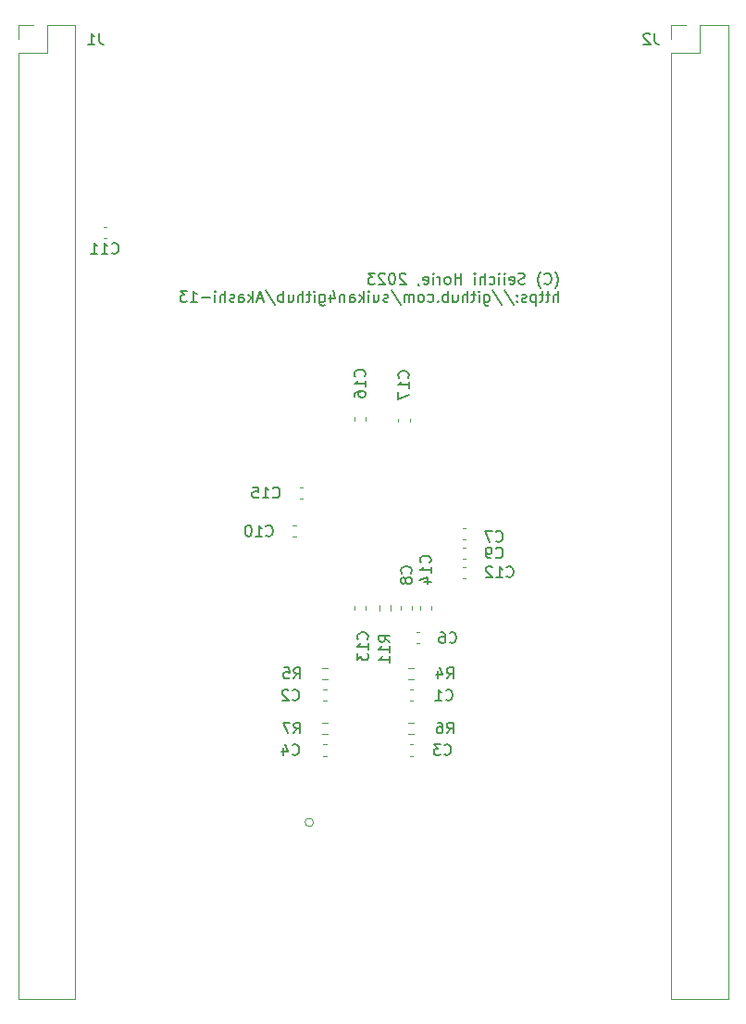
<source format=gbr>
G04 #@! TF.GenerationSoftware,KiCad,Pcbnew,7.0.1-3b83917a11~172~ubuntu22.04.1*
G04 #@! TF.CreationDate,2023-04-09T22:52:34+09:00*
G04 #@! TF.ProjectId,Akashi-13,416b6173-6869-42d3-9133-2e6b69636164,rev?*
G04 #@! TF.SameCoordinates,Original*
G04 #@! TF.FileFunction,Legend,Bot*
G04 #@! TF.FilePolarity,Positive*
%FSLAX46Y46*%
G04 Gerber Fmt 4.6, Leading zero omitted, Abs format (unit mm)*
G04 Created by KiCad (PCBNEW 7.0.1-3b83917a11~172~ubuntu22.04.1) date 2023-04-09 22:52:34*
%MOMM*%
%LPD*%
G01*
G04 APERTURE LIST*
%ADD10C,0.150000*%
%ADD11C,0.120000*%
G04 APERTURE END LIST*
D10*
X148066190Y-88808571D02*
X148113809Y-88760952D01*
X148113809Y-88760952D02*
X148209047Y-88618095D01*
X148209047Y-88618095D02*
X148256666Y-88522857D01*
X148256666Y-88522857D02*
X148304285Y-88380000D01*
X148304285Y-88380000D02*
X148351904Y-88141904D01*
X148351904Y-88141904D02*
X148351904Y-87951428D01*
X148351904Y-87951428D02*
X148304285Y-87713333D01*
X148304285Y-87713333D02*
X148256666Y-87570476D01*
X148256666Y-87570476D02*
X148209047Y-87475238D01*
X148209047Y-87475238D02*
X148113809Y-87332380D01*
X148113809Y-87332380D02*
X148066190Y-87284761D01*
X147113809Y-88332380D02*
X147161428Y-88380000D01*
X147161428Y-88380000D02*
X147304285Y-88427619D01*
X147304285Y-88427619D02*
X147399523Y-88427619D01*
X147399523Y-88427619D02*
X147542380Y-88380000D01*
X147542380Y-88380000D02*
X147637618Y-88284761D01*
X147637618Y-88284761D02*
X147685237Y-88189523D01*
X147685237Y-88189523D02*
X147732856Y-87999047D01*
X147732856Y-87999047D02*
X147732856Y-87856190D01*
X147732856Y-87856190D02*
X147685237Y-87665714D01*
X147685237Y-87665714D02*
X147637618Y-87570476D01*
X147637618Y-87570476D02*
X147542380Y-87475238D01*
X147542380Y-87475238D02*
X147399523Y-87427619D01*
X147399523Y-87427619D02*
X147304285Y-87427619D01*
X147304285Y-87427619D02*
X147161428Y-87475238D01*
X147161428Y-87475238D02*
X147113809Y-87522857D01*
X146780475Y-88808571D02*
X146732856Y-88760952D01*
X146732856Y-88760952D02*
X146637618Y-88618095D01*
X146637618Y-88618095D02*
X146589999Y-88522857D01*
X146589999Y-88522857D02*
X146542380Y-88380000D01*
X146542380Y-88380000D02*
X146494761Y-88141904D01*
X146494761Y-88141904D02*
X146494761Y-87951428D01*
X146494761Y-87951428D02*
X146542380Y-87713333D01*
X146542380Y-87713333D02*
X146589999Y-87570476D01*
X146589999Y-87570476D02*
X146637618Y-87475238D01*
X146637618Y-87475238D02*
X146732856Y-87332380D01*
X146732856Y-87332380D02*
X146780475Y-87284761D01*
X145304284Y-88380000D02*
X145161427Y-88427619D01*
X145161427Y-88427619D02*
X144923332Y-88427619D01*
X144923332Y-88427619D02*
X144828094Y-88380000D01*
X144828094Y-88380000D02*
X144780475Y-88332380D01*
X144780475Y-88332380D02*
X144732856Y-88237142D01*
X144732856Y-88237142D02*
X144732856Y-88141904D01*
X144732856Y-88141904D02*
X144780475Y-88046666D01*
X144780475Y-88046666D02*
X144828094Y-87999047D01*
X144828094Y-87999047D02*
X144923332Y-87951428D01*
X144923332Y-87951428D02*
X145113808Y-87903809D01*
X145113808Y-87903809D02*
X145209046Y-87856190D01*
X145209046Y-87856190D02*
X145256665Y-87808571D01*
X145256665Y-87808571D02*
X145304284Y-87713333D01*
X145304284Y-87713333D02*
X145304284Y-87618095D01*
X145304284Y-87618095D02*
X145256665Y-87522857D01*
X145256665Y-87522857D02*
X145209046Y-87475238D01*
X145209046Y-87475238D02*
X145113808Y-87427619D01*
X145113808Y-87427619D02*
X144875713Y-87427619D01*
X144875713Y-87427619D02*
X144732856Y-87475238D01*
X143923332Y-88380000D02*
X144018570Y-88427619D01*
X144018570Y-88427619D02*
X144209046Y-88427619D01*
X144209046Y-88427619D02*
X144304284Y-88380000D01*
X144304284Y-88380000D02*
X144351903Y-88284761D01*
X144351903Y-88284761D02*
X144351903Y-87903809D01*
X144351903Y-87903809D02*
X144304284Y-87808571D01*
X144304284Y-87808571D02*
X144209046Y-87760952D01*
X144209046Y-87760952D02*
X144018570Y-87760952D01*
X144018570Y-87760952D02*
X143923332Y-87808571D01*
X143923332Y-87808571D02*
X143875713Y-87903809D01*
X143875713Y-87903809D02*
X143875713Y-87999047D01*
X143875713Y-87999047D02*
X144351903Y-88094285D01*
X143447141Y-88427619D02*
X143447141Y-87760952D01*
X143447141Y-87427619D02*
X143494760Y-87475238D01*
X143494760Y-87475238D02*
X143447141Y-87522857D01*
X143447141Y-87522857D02*
X143399522Y-87475238D01*
X143399522Y-87475238D02*
X143447141Y-87427619D01*
X143447141Y-87427619D02*
X143447141Y-87522857D01*
X142970951Y-88427619D02*
X142970951Y-87760952D01*
X142970951Y-87427619D02*
X143018570Y-87475238D01*
X143018570Y-87475238D02*
X142970951Y-87522857D01*
X142970951Y-87522857D02*
X142923332Y-87475238D01*
X142923332Y-87475238D02*
X142970951Y-87427619D01*
X142970951Y-87427619D02*
X142970951Y-87522857D01*
X142066190Y-88380000D02*
X142161428Y-88427619D01*
X142161428Y-88427619D02*
X142351904Y-88427619D01*
X142351904Y-88427619D02*
X142447142Y-88380000D01*
X142447142Y-88380000D02*
X142494761Y-88332380D01*
X142494761Y-88332380D02*
X142542380Y-88237142D01*
X142542380Y-88237142D02*
X142542380Y-87951428D01*
X142542380Y-87951428D02*
X142494761Y-87856190D01*
X142494761Y-87856190D02*
X142447142Y-87808571D01*
X142447142Y-87808571D02*
X142351904Y-87760952D01*
X142351904Y-87760952D02*
X142161428Y-87760952D01*
X142161428Y-87760952D02*
X142066190Y-87808571D01*
X141637618Y-88427619D02*
X141637618Y-87427619D01*
X141209047Y-88427619D02*
X141209047Y-87903809D01*
X141209047Y-87903809D02*
X141256666Y-87808571D01*
X141256666Y-87808571D02*
X141351904Y-87760952D01*
X141351904Y-87760952D02*
X141494761Y-87760952D01*
X141494761Y-87760952D02*
X141589999Y-87808571D01*
X141589999Y-87808571D02*
X141637618Y-87856190D01*
X140732856Y-88427619D02*
X140732856Y-87760952D01*
X140732856Y-87427619D02*
X140780475Y-87475238D01*
X140780475Y-87475238D02*
X140732856Y-87522857D01*
X140732856Y-87522857D02*
X140685237Y-87475238D01*
X140685237Y-87475238D02*
X140732856Y-87427619D01*
X140732856Y-87427619D02*
X140732856Y-87522857D01*
X139494761Y-88427619D02*
X139494761Y-87427619D01*
X139494761Y-87903809D02*
X138923333Y-87903809D01*
X138923333Y-88427619D02*
X138923333Y-87427619D01*
X138304285Y-88427619D02*
X138399523Y-88380000D01*
X138399523Y-88380000D02*
X138447142Y-88332380D01*
X138447142Y-88332380D02*
X138494761Y-88237142D01*
X138494761Y-88237142D02*
X138494761Y-87951428D01*
X138494761Y-87951428D02*
X138447142Y-87856190D01*
X138447142Y-87856190D02*
X138399523Y-87808571D01*
X138399523Y-87808571D02*
X138304285Y-87760952D01*
X138304285Y-87760952D02*
X138161428Y-87760952D01*
X138161428Y-87760952D02*
X138066190Y-87808571D01*
X138066190Y-87808571D02*
X138018571Y-87856190D01*
X138018571Y-87856190D02*
X137970952Y-87951428D01*
X137970952Y-87951428D02*
X137970952Y-88237142D01*
X137970952Y-88237142D02*
X138018571Y-88332380D01*
X138018571Y-88332380D02*
X138066190Y-88380000D01*
X138066190Y-88380000D02*
X138161428Y-88427619D01*
X138161428Y-88427619D02*
X138304285Y-88427619D01*
X137542380Y-88427619D02*
X137542380Y-87760952D01*
X137542380Y-87951428D02*
X137494761Y-87856190D01*
X137494761Y-87856190D02*
X137447142Y-87808571D01*
X137447142Y-87808571D02*
X137351904Y-87760952D01*
X137351904Y-87760952D02*
X137256666Y-87760952D01*
X136923332Y-88427619D02*
X136923332Y-87760952D01*
X136923332Y-87427619D02*
X136970951Y-87475238D01*
X136970951Y-87475238D02*
X136923332Y-87522857D01*
X136923332Y-87522857D02*
X136875713Y-87475238D01*
X136875713Y-87475238D02*
X136923332Y-87427619D01*
X136923332Y-87427619D02*
X136923332Y-87522857D01*
X136066190Y-88380000D02*
X136161428Y-88427619D01*
X136161428Y-88427619D02*
X136351904Y-88427619D01*
X136351904Y-88427619D02*
X136447142Y-88380000D01*
X136447142Y-88380000D02*
X136494761Y-88284761D01*
X136494761Y-88284761D02*
X136494761Y-87903809D01*
X136494761Y-87903809D02*
X136447142Y-87808571D01*
X136447142Y-87808571D02*
X136351904Y-87760952D01*
X136351904Y-87760952D02*
X136161428Y-87760952D01*
X136161428Y-87760952D02*
X136066190Y-87808571D01*
X136066190Y-87808571D02*
X136018571Y-87903809D01*
X136018571Y-87903809D02*
X136018571Y-87999047D01*
X136018571Y-87999047D02*
X136494761Y-88094285D01*
X135542380Y-88380000D02*
X135542380Y-88427619D01*
X135542380Y-88427619D02*
X135589999Y-88522857D01*
X135589999Y-88522857D02*
X135637618Y-88570476D01*
X134399523Y-87522857D02*
X134351904Y-87475238D01*
X134351904Y-87475238D02*
X134256666Y-87427619D01*
X134256666Y-87427619D02*
X134018571Y-87427619D01*
X134018571Y-87427619D02*
X133923333Y-87475238D01*
X133923333Y-87475238D02*
X133875714Y-87522857D01*
X133875714Y-87522857D02*
X133828095Y-87618095D01*
X133828095Y-87618095D02*
X133828095Y-87713333D01*
X133828095Y-87713333D02*
X133875714Y-87856190D01*
X133875714Y-87856190D02*
X134447142Y-88427619D01*
X134447142Y-88427619D02*
X133828095Y-88427619D01*
X133209047Y-87427619D02*
X133113809Y-87427619D01*
X133113809Y-87427619D02*
X133018571Y-87475238D01*
X133018571Y-87475238D02*
X132970952Y-87522857D01*
X132970952Y-87522857D02*
X132923333Y-87618095D01*
X132923333Y-87618095D02*
X132875714Y-87808571D01*
X132875714Y-87808571D02*
X132875714Y-88046666D01*
X132875714Y-88046666D02*
X132923333Y-88237142D01*
X132923333Y-88237142D02*
X132970952Y-88332380D01*
X132970952Y-88332380D02*
X133018571Y-88380000D01*
X133018571Y-88380000D02*
X133113809Y-88427619D01*
X133113809Y-88427619D02*
X133209047Y-88427619D01*
X133209047Y-88427619D02*
X133304285Y-88380000D01*
X133304285Y-88380000D02*
X133351904Y-88332380D01*
X133351904Y-88332380D02*
X133399523Y-88237142D01*
X133399523Y-88237142D02*
X133447142Y-88046666D01*
X133447142Y-88046666D02*
X133447142Y-87808571D01*
X133447142Y-87808571D02*
X133399523Y-87618095D01*
X133399523Y-87618095D02*
X133351904Y-87522857D01*
X133351904Y-87522857D02*
X133304285Y-87475238D01*
X133304285Y-87475238D02*
X133209047Y-87427619D01*
X132494761Y-87522857D02*
X132447142Y-87475238D01*
X132447142Y-87475238D02*
X132351904Y-87427619D01*
X132351904Y-87427619D02*
X132113809Y-87427619D01*
X132113809Y-87427619D02*
X132018571Y-87475238D01*
X132018571Y-87475238D02*
X131970952Y-87522857D01*
X131970952Y-87522857D02*
X131923333Y-87618095D01*
X131923333Y-87618095D02*
X131923333Y-87713333D01*
X131923333Y-87713333D02*
X131970952Y-87856190D01*
X131970952Y-87856190D02*
X132542380Y-88427619D01*
X132542380Y-88427619D02*
X131923333Y-88427619D01*
X131589999Y-87427619D02*
X130970952Y-87427619D01*
X130970952Y-87427619D02*
X131304285Y-87808571D01*
X131304285Y-87808571D02*
X131161428Y-87808571D01*
X131161428Y-87808571D02*
X131066190Y-87856190D01*
X131066190Y-87856190D02*
X131018571Y-87903809D01*
X131018571Y-87903809D02*
X130970952Y-87999047D01*
X130970952Y-87999047D02*
X130970952Y-88237142D01*
X130970952Y-88237142D02*
X131018571Y-88332380D01*
X131018571Y-88332380D02*
X131066190Y-88380000D01*
X131066190Y-88380000D02*
X131161428Y-88427619D01*
X131161428Y-88427619D02*
X131447142Y-88427619D01*
X131447142Y-88427619D02*
X131542380Y-88380000D01*
X131542380Y-88380000D02*
X131589999Y-88332380D01*
X148351904Y-90047619D02*
X148351904Y-89047619D01*
X147923333Y-90047619D02*
X147923333Y-89523809D01*
X147923333Y-89523809D02*
X147970952Y-89428571D01*
X147970952Y-89428571D02*
X148066190Y-89380952D01*
X148066190Y-89380952D02*
X148209047Y-89380952D01*
X148209047Y-89380952D02*
X148304285Y-89428571D01*
X148304285Y-89428571D02*
X148351904Y-89476190D01*
X147589999Y-89380952D02*
X147209047Y-89380952D01*
X147447142Y-89047619D02*
X147447142Y-89904761D01*
X147447142Y-89904761D02*
X147399523Y-90000000D01*
X147399523Y-90000000D02*
X147304285Y-90047619D01*
X147304285Y-90047619D02*
X147209047Y-90047619D01*
X147018570Y-89380952D02*
X146637618Y-89380952D01*
X146875713Y-89047619D02*
X146875713Y-89904761D01*
X146875713Y-89904761D02*
X146828094Y-90000000D01*
X146828094Y-90000000D02*
X146732856Y-90047619D01*
X146732856Y-90047619D02*
X146637618Y-90047619D01*
X146304284Y-89380952D02*
X146304284Y-90380952D01*
X146304284Y-89428571D02*
X146209046Y-89380952D01*
X146209046Y-89380952D02*
X146018570Y-89380952D01*
X146018570Y-89380952D02*
X145923332Y-89428571D01*
X145923332Y-89428571D02*
X145875713Y-89476190D01*
X145875713Y-89476190D02*
X145828094Y-89571428D01*
X145828094Y-89571428D02*
X145828094Y-89857142D01*
X145828094Y-89857142D02*
X145875713Y-89952380D01*
X145875713Y-89952380D02*
X145923332Y-90000000D01*
X145923332Y-90000000D02*
X146018570Y-90047619D01*
X146018570Y-90047619D02*
X146209046Y-90047619D01*
X146209046Y-90047619D02*
X146304284Y-90000000D01*
X145447141Y-90000000D02*
X145351903Y-90047619D01*
X145351903Y-90047619D02*
X145161427Y-90047619D01*
X145161427Y-90047619D02*
X145066189Y-90000000D01*
X145066189Y-90000000D02*
X145018570Y-89904761D01*
X145018570Y-89904761D02*
X145018570Y-89857142D01*
X145018570Y-89857142D02*
X145066189Y-89761904D01*
X145066189Y-89761904D02*
X145161427Y-89714285D01*
X145161427Y-89714285D02*
X145304284Y-89714285D01*
X145304284Y-89714285D02*
X145399522Y-89666666D01*
X145399522Y-89666666D02*
X145447141Y-89571428D01*
X145447141Y-89571428D02*
X145447141Y-89523809D01*
X145447141Y-89523809D02*
X145399522Y-89428571D01*
X145399522Y-89428571D02*
X145304284Y-89380952D01*
X145304284Y-89380952D02*
X145161427Y-89380952D01*
X145161427Y-89380952D02*
X145066189Y-89428571D01*
X144589998Y-89952380D02*
X144542379Y-90000000D01*
X144542379Y-90000000D02*
X144589998Y-90047619D01*
X144589998Y-90047619D02*
X144637617Y-90000000D01*
X144637617Y-90000000D02*
X144589998Y-89952380D01*
X144589998Y-89952380D02*
X144589998Y-90047619D01*
X144589998Y-89428571D02*
X144542379Y-89476190D01*
X144542379Y-89476190D02*
X144589998Y-89523809D01*
X144589998Y-89523809D02*
X144637617Y-89476190D01*
X144637617Y-89476190D02*
X144589998Y-89428571D01*
X144589998Y-89428571D02*
X144589998Y-89523809D01*
X143399523Y-89000000D02*
X144256665Y-90285714D01*
X142351904Y-89000000D02*
X143209046Y-90285714D01*
X141589999Y-89380952D02*
X141589999Y-90190476D01*
X141589999Y-90190476D02*
X141637618Y-90285714D01*
X141637618Y-90285714D02*
X141685237Y-90333333D01*
X141685237Y-90333333D02*
X141780475Y-90380952D01*
X141780475Y-90380952D02*
X141923332Y-90380952D01*
X141923332Y-90380952D02*
X142018570Y-90333333D01*
X141589999Y-90000000D02*
X141685237Y-90047619D01*
X141685237Y-90047619D02*
X141875713Y-90047619D01*
X141875713Y-90047619D02*
X141970951Y-90000000D01*
X141970951Y-90000000D02*
X142018570Y-89952380D01*
X142018570Y-89952380D02*
X142066189Y-89857142D01*
X142066189Y-89857142D02*
X142066189Y-89571428D01*
X142066189Y-89571428D02*
X142018570Y-89476190D01*
X142018570Y-89476190D02*
X141970951Y-89428571D01*
X141970951Y-89428571D02*
X141875713Y-89380952D01*
X141875713Y-89380952D02*
X141685237Y-89380952D01*
X141685237Y-89380952D02*
X141589999Y-89428571D01*
X141113808Y-90047619D02*
X141113808Y-89380952D01*
X141113808Y-89047619D02*
X141161427Y-89095238D01*
X141161427Y-89095238D02*
X141113808Y-89142857D01*
X141113808Y-89142857D02*
X141066189Y-89095238D01*
X141066189Y-89095238D02*
X141113808Y-89047619D01*
X141113808Y-89047619D02*
X141113808Y-89142857D01*
X140780475Y-89380952D02*
X140399523Y-89380952D01*
X140637618Y-89047619D02*
X140637618Y-89904761D01*
X140637618Y-89904761D02*
X140589999Y-90000000D01*
X140589999Y-90000000D02*
X140494761Y-90047619D01*
X140494761Y-90047619D02*
X140399523Y-90047619D01*
X140066189Y-90047619D02*
X140066189Y-89047619D01*
X139637618Y-90047619D02*
X139637618Y-89523809D01*
X139637618Y-89523809D02*
X139685237Y-89428571D01*
X139685237Y-89428571D02*
X139780475Y-89380952D01*
X139780475Y-89380952D02*
X139923332Y-89380952D01*
X139923332Y-89380952D02*
X140018570Y-89428571D01*
X140018570Y-89428571D02*
X140066189Y-89476190D01*
X138732856Y-89380952D02*
X138732856Y-90047619D01*
X139161427Y-89380952D02*
X139161427Y-89904761D01*
X139161427Y-89904761D02*
X139113808Y-90000000D01*
X139113808Y-90000000D02*
X139018570Y-90047619D01*
X139018570Y-90047619D02*
X138875713Y-90047619D01*
X138875713Y-90047619D02*
X138780475Y-90000000D01*
X138780475Y-90000000D02*
X138732856Y-89952380D01*
X138256665Y-90047619D02*
X138256665Y-89047619D01*
X138256665Y-89428571D02*
X138161427Y-89380952D01*
X138161427Y-89380952D02*
X137970951Y-89380952D01*
X137970951Y-89380952D02*
X137875713Y-89428571D01*
X137875713Y-89428571D02*
X137828094Y-89476190D01*
X137828094Y-89476190D02*
X137780475Y-89571428D01*
X137780475Y-89571428D02*
X137780475Y-89857142D01*
X137780475Y-89857142D02*
X137828094Y-89952380D01*
X137828094Y-89952380D02*
X137875713Y-90000000D01*
X137875713Y-90000000D02*
X137970951Y-90047619D01*
X137970951Y-90047619D02*
X138161427Y-90047619D01*
X138161427Y-90047619D02*
X138256665Y-90000000D01*
X137351903Y-89952380D02*
X137304284Y-90000000D01*
X137304284Y-90000000D02*
X137351903Y-90047619D01*
X137351903Y-90047619D02*
X137399522Y-90000000D01*
X137399522Y-90000000D02*
X137351903Y-89952380D01*
X137351903Y-89952380D02*
X137351903Y-90047619D01*
X136447142Y-90000000D02*
X136542380Y-90047619D01*
X136542380Y-90047619D02*
X136732856Y-90047619D01*
X136732856Y-90047619D02*
X136828094Y-90000000D01*
X136828094Y-90000000D02*
X136875713Y-89952380D01*
X136875713Y-89952380D02*
X136923332Y-89857142D01*
X136923332Y-89857142D02*
X136923332Y-89571428D01*
X136923332Y-89571428D02*
X136875713Y-89476190D01*
X136875713Y-89476190D02*
X136828094Y-89428571D01*
X136828094Y-89428571D02*
X136732856Y-89380952D01*
X136732856Y-89380952D02*
X136542380Y-89380952D01*
X136542380Y-89380952D02*
X136447142Y-89428571D01*
X135875713Y-90047619D02*
X135970951Y-90000000D01*
X135970951Y-90000000D02*
X136018570Y-89952380D01*
X136018570Y-89952380D02*
X136066189Y-89857142D01*
X136066189Y-89857142D02*
X136066189Y-89571428D01*
X136066189Y-89571428D02*
X136018570Y-89476190D01*
X136018570Y-89476190D02*
X135970951Y-89428571D01*
X135970951Y-89428571D02*
X135875713Y-89380952D01*
X135875713Y-89380952D02*
X135732856Y-89380952D01*
X135732856Y-89380952D02*
X135637618Y-89428571D01*
X135637618Y-89428571D02*
X135589999Y-89476190D01*
X135589999Y-89476190D02*
X135542380Y-89571428D01*
X135542380Y-89571428D02*
X135542380Y-89857142D01*
X135542380Y-89857142D02*
X135589999Y-89952380D01*
X135589999Y-89952380D02*
X135637618Y-90000000D01*
X135637618Y-90000000D02*
X135732856Y-90047619D01*
X135732856Y-90047619D02*
X135875713Y-90047619D01*
X135113808Y-90047619D02*
X135113808Y-89380952D01*
X135113808Y-89476190D02*
X135066189Y-89428571D01*
X135066189Y-89428571D02*
X134970951Y-89380952D01*
X134970951Y-89380952D02*
X134828094Y-89380952D01*
X134828094Y-89380952D02*
X134732856Y-89428571D01*
X134732856Y-89428571D02*
X134685237Y-89523809D01*
X134685237Y-89523809D02*
X134685237Y-90047619D01*
X134685237Y-89523809D02*
X134637618Y-89428571D01*
X134637618Y-89428571D02*
X134542380Y-89380952D01*
X134542380Y-89380952D02*
X134399523Y-89380952D01*
X134399523Y-89380952D02*
X134304284Y-89428571D01*
X134304284Y-89428571D02*
X134256665Y-89523809D01*
X134256665Y-89523809D02*
X134256665Y-90047619D01*
X133066190Y-89000000D02*
X133923332Y-90285714D01*
X132780475Y-90000000D02*
X132685237Y-90047619D01*
X132685237Y-90047619D02*
X132494761Y-90047619D01*
X132494761Y-90047619D02*
X132399523Y-90000000D01*
X132399523Y-90000000D02*
X132351904Y-89904761D01*
X132351904Y-89904761D02*
X132351904Y-89857142D01*
X132351904Y-89857142D02*
X132399523Y-89761904D01*
X132399523Y-89761904D02*
X132494761Y-89714285D01*
X132494761Y-89714285D02*
X132637618Y-89714285D01*
X132637618Y-89714285D02*
X132732856Y-89666666D01*
X132732856Y-89666666D02*
X132780475Y-89571428D01*
X132780475Y-89571428D02*
X132780475Y-89523809D01*
X132780475Y-89523809D02*
X132732856Y-89428571D01*
X132732856Y-89428571D02*
X132637618Y-89380952D01*
X132637618Y-89380952D02*
X132494761Y-89380952D01*
X132494761Y-89380952D02*
X132399523Y-89428571D01*
X131494761Y-89380952D02*
X131494761Y-90047619D01*
X131923332Y-89380952D02*
X131923332Y-89904761D01*
X131923332Y-89904761D02*
X131875713Y-90000000D01*
X131875713Y-90000000D02*
X131780475Y-90047619D01*
X131780475Y-90047619D02*
X131637618Y-90047619D01*
X131637618Y-90047619D02*
X131542380Y-90000000D01*
X131542380Y-90000000D02*
X131494761Y-89952380D01*
X131018570Y-90047619D02*
X131018570Y-89380952D01*
X131018570Y-89047619D02*
X131066189Y-89095238D01*
X131066189Y-89095238D02*
X131018570Y-89142857D01*
X131018570Y-89142857D02*
X130970951Y-89095238D01*
X130970951Y-89095238D02*
X131018570Y-89047619D01*
X131018570Y-89047619D02*
X131018570Y-89142857D01*
X130542380Y-90047619D02*
X130542380Y-89047619D01*
X130447142Y-89666666D02*
X130161428Y-90047619D01*
X130161428Y-89380952D02*
X130542380Y-89761904D01*
X129304285Y-90047619D02*
X129304285Y-89523809D01*
X129304285Y-89523809D02*
X129351904Y-89428571D01*
X129351904Y-89428571D02*
X129447142Y-89380952D01*
X129447142Y-89380952D02*
X129637618Y-89380952D01*
X129637618Y-89380952D02*
X129732856Y-89428571D01*
X129304285Y-90000000D02*
X129399523Y-90047619D01*
X129399523Y-90047619D02*
X129637618Y-90047619D01*
X129637618Y-90047619D02*
X129732856Y-90000000D01*
X129732856Y-90000000D02*
X129780475Y-89904761D01*
X129780475Y-89904761D02*
X129780475Y-89809523D01*
X129780475Y-89809523D02*
X129732856Y-89714285D01*
X129732856Y-89714285D02*
X129637618Y-89666666D01*
X129637618Y-89666666D02*
X129399523Y-89666666D01*
X129399523Y-89666666D02*
X129304285Y-89619047D01*
X128828094Y-89380952D02*
X128828094Y-90047619D01*
X128828094Y-89476190D02*
X128780475Y-89428571D01*
X128780475Y-89428571D02*
X128685237Y-89380952D01*
X128685237Y-89380952D02*
X128542380Y-89380952D01*
X128542380Y-89380952D02*
X128447142Y-89428571D01*
X128447142Y-89428571D02*
X128399523Y-89523809D01*
X128399523Y-89523809D02*
X128399523Y-90047619D01*
X127494761Y-89380952D02*
X127494761Y-90047619D01*
X127732856Y-89000000D02*
X127970951Y-89714285D01*
X127970951Y-89714285D02*
X127351904Y-89714285D01*
X126542380Y-89380952D02*
X126542380Y-90190476D01*
X126542380Y-90190476D02*
X126589999Y-90285714D01*
X126589999Y-90285714D02*
X126637618Y-90333333D01*
X126637618Y-90333333D02*
X126732856Y-90380952D01*
X126732856Y-90380952D02*
X126875713Y-90380952D01*
X126875713Y-90380952D02*
X126970951Y-90333333D01*
X126542380Y-90000000D02*
X126637618Y-90047619D01*
X126637618Y-90047619D02*
X126828094Y-90047619D01*
X126828094Y-90047619D02*
X126923332Y-90000000D01*
X126923332Y-90000000D02*
X126970951Y-89952380D01*
X126970951Y-89952380D02*
X127018570Y-89857142D01*
X127018570Y-89857142D02*
X127018570Y-89571428D01*
X127018570Y-89571428D02*
X126970951Y-89476190D01*
X126970951Y-89476190D02*
X126923332Y-89428571D01*
X126923332Y-89428571D02*
X126828094Y-89380952D01*
X126828094Y-89380952D02*
X126637618Y-89380952D01*
X126637618Y-89380952D02*
X126542380Y-89428571D01*
X126066189Y-90047619D02*
X126066189Y-89380952D01*
X126066189Y-89047619D02*
X126113808Y-89095238D01*
X126113808Y-89095238D02*
X126066189Y-89142857D01*
X126066189Y-89142857D02*
X126018570Y-89095238D01*
X126018570Y-89095238D02*
X126066189Y-89047619D01*
X126066189Y-89047619D02*
X126066189Y-89142857D01*
X125732856Y-89380952D02*
X125351904Y-89380952D01*
X125589999Y-89047619D02*
X125589999Y-89904761D01*
X125589999Y-89904761D02*
X125542380Y-90000000D01*
X125542380Y-90000000D02*
X125447142Y-90047619D01*
X125447142Y-90047619D02*
X125351904Y-90047619D01*
X125018570Y-90047619D02*
X125018570Y-89047619D01*
X124589999Y-90047619D02*
X124589999Y-89523809D01*
X124589999Y-89523809D02*
X124637618Y-89428571D01*
X124637618Y-89428571D02*
X124732856Y-89380952D01*
X124732856Y-89380952D02*
X124875713Y-89380952D01*
X124875713Y-89380952D02*
X124970951Y-89428571D01*
X124970951Y-89428571D02*
X125018570Y-89476190D01*
X123685237Y-89380952D02*
X123685237Y-90047619D01*
X124113808Y-89380952D02*
X124113808Y-89904761D01*
X124113808Y-89904761D02*
X124066189Y-90000000D01*
X124066189Y-90000000D02*
X123970951Y-90047619D01*
X123970951Y-90047619D02*
X123828094Y-90047619D01*
X123828094Y-90047619D02*
X123732856Y-90000000D01*
X123732856Y-90000000D02*
X123685237Y-89952380D01*
X123209046Y-90047619D02*
X123209046Y-89047619D01*
X123209046Y-89428571D02*
X123113808Y-89380952D01*
X123113808Y-89380952D02*
X122923332Y-89380952D01*
X122923332Y-89380952D02*
X122828094Y-89428571D01*
X122828094Y-89428571D02*
X122780475Y-89476190D01*
X122780475Y-89476190D02*
X122732856Y-89571428D01*
X122732856Y-89571428D02*
X122732856Y-89857142D01*
X122732856Y-89857142D02*
X122780475Y-89952380D01*
X122780475Y-89952380D02*
X122828094Y-90000000D01*
X122828094Y-90000000D02*
X122923332Y-90047619D01*
X122923332Y-90047619D02*
X123113808Y-90047619D01*
X123113808Y-90047619D02*
X123209046Y-90000000D01*
X121589999Y-89000000D02*
X122447141Y-90285714D01*
X121304284Y-89761904D02*
X120828094Y-89761904D01*
X121399522Y-90047619D02*
X121066189Y-89047619D01*
X121066189Y-89047619D02*
X120732856Y-90047619D01*
X120399522Y-90047619D02*
X120399522Y-89047619D01*
X120304284Y-89666666D02*
X120018570Y-90047619D01*
X120018570Y-89380952D02*
X120399522Y-89761904D01*
X119161427Y-90047619D02*
X119161427Y-89523809D01*
X119161427Y-89523809D02*
X119209046Y-89428571D01*
X119209046Y-89428571D02*
X119304284Y-89380952D01*
X119304284Y-89380952D02*
X119494760Y-89380952D01*
X119494760Y-89380952D02*
X119589998Y-89428571D01*
X119161427Y-90000000D02*
X119256665Y-90047619D01*
X119256665Y-90047619D02*
X119494760Y-90047619D01*
X119494760Y-90047619D02*
X119589998Y-90000000D01*
X119589998Y-90000000D02*
X119637617Y-89904761D01*
X119637617Y-89904761D02*
X119637617Y-89809523D01*
X119637617Y-89809523D02*
X119589998Y-89714285D01*
X119589998Y-89714285D02*
X119494760Y-89666666D01*
X119494760Y-89666666D02*
X119256665Y-89666666D01*
X119256665Y-89666666D02*
X119161427Y-89619047D01*
X118732855Y-90000000D02*
X118637617Y-90047619D01*
X118637617Y-90047619D02*
X118447141Y-90047619D01*
X118447141Y-90047619D02*
X118351903Y-90000000D01*
X118351903Y-90000000D02*
X118304284Y-89904761D01*
X118304284Y-89904761D02*
X118304284Y-89857142D01*
X118304284Y-89857142D02*
X118351903Y-89761904D01*
X118351903Y-89761904D02*
X118447141Y-89714285D01*
X118447141Y-89714285D02*
X118589998Y-89714285D01*
X118589998Y-89714285D02*
X118685236Y-89666666D01*
X118685236Y-89666666D02*
X118732855Y-89571428D01*
X118732855Y-89571428D02*
X118732855Y-89523809D01*
X118732855Y-89523809D02*
X118685236Y-89428571D01*
X118685236Y-89428571D02*
X118589998Y-89380952D01*
X118589998Y-89380952D02*
X118447141Y-89380952D01*
X118447141Y-89380952D02*
X118351903Y-89428571D01*
X117875712Y-90047619D02*
X117875712Y-89047619D01*
X117447141Y-90047619D02*
X117447141Y-89523809D01*
X117447141Y-89523809D02*
X117494760Y-89428571D01*
X117494760Y-89428571D02*
X117589998Y-89380952D01*
X117589998Y-89380952D02*
X117732855Y-89380952D01*
X117732855Y-89380952D02*
X117828093Y-89428571D01*
X117828093Y-89428571D02*
X117875712Y-89476190D01*
X116970950Y-90047619D02*
X116970950Y-89380952D01*
X116970950Y-89047619D02*
X117018569Y-89095238D01*
X117018569Y-89095238D02*
X116970950Y-89142857D01*
X116970950Y-89142857D02*
X116923331Y-89095238D01*
X116923331Y-89095238D02*
X116970950Y-89047619D01*
X116970950Y-89047619D02*
X116970950Y-89142857D01*
X116494760Y-89666666D02*
X115732856Y-89666666D01*
X114732856Y-90047619D02*
X115304284Y-90047619D01*
X115018570Y-90047619D02*
X115018570Y-89047619D01*
X115018570Y-89047619D02*
X115113808Y-89190476D01*
X115113808Y-89190476D02*
X115209046Y-89285714D01*
X115209046Y-89285714D02*
X115304284Y-89333333D01*
X114399522Y-89047619D02*
X113780475Y-89047619D01*
X113780475Y-89047619D02*
X114113808Y-89428571D01*
X114113808Y-89428571D02*
X113970951Y-89428571D01*
X113970951Y-89428571D02*
X113875713Y-89476190D01*
X113875713Y-89476190D02*
X113828094Y-89523809D01*
X113828094Y-89523809D02*
X113780475Y-89619047D01*
X113780475Y-89619047D02*
X113780475Y-89857142D01*
X113780475Y-89857142D02*
X113828094Y-89952380D01*
X113828094Y-89952380D02*
X113875713Y-90000000D01*
X113875713Y-90000000D02*
X113970951Y-90047619D01*
X113970951Y-90047619D02*
X114256665Y-90047619D01*
X114256665Y-90047619D02*
X114351903Y-90000000D01*
X114351903Y-90000000D02*
X114399522Y-89952380D01*
X124166666Y-124462619D02*
X124499999Y-123986428D01*
X124738094Y-124462619D02*
X124738094Y-123462619D01*
X124738094Y-123462619D02*
X124357142Y-123462619D01*
X124357142Y-123462619D02*
X124261904Y-123510238D01*
X124261904Y-123510238D02*
X124214285Y-123557857D01*
X124214285Y-123557857D02*
X124166666Y-123653095D01*
X124166666Y-123653095D02*
X124166666Y-123795952D01*
X124166666Y-123795952D02*
X124214285Y-123891190D01*
X124214285Y-123891190D02*
X124261904Y-123938809D01*
X124261904Y-123938809D02*
X124357142Y-123986428D01*
X124357142Y-123986428D02*
X124738094Y-123986428D01*
X123261904Y-123462619D02*
X123738094Y-123462619D01*
X123738094Y-123462619D02*
X123785713Y-123938809D01*
X123785713Y-123938809D02*
X123738094Y-123891190D01*
X123738094Y-123891190D02*
X123642856Y-123843571D01*
X123642856Y-123843571D02*
X123404761Y-123843571D01*
X123404761Y-123843571D02*
X123309523Y-123891190D01*
X123309523Y-123891190D02*
X123261904Y-123938809D01*
X123261904Y-123938809D02*
X123214285Y-124034047D01*
X123214285Y-124034047D02*
X123214285Y-124272142D01*
X123214285Y-124272142D02*
X123261904Y-124367380D01*
X123261904Y-124367380D02*
X123309523Y-124415000D01*
X123309523Y-124415000D02*
X123404761Y-124462619D01*
X123404761Y-124462619D02*
X123642856Y-124462619D01*
X123642856Y-124462619D02*
X123738094Y-124415000D01*
X123738094Y-124415000D02*
X123785713Y-124367380D01*
X122260357Y-107867380D02*
X122307976Y-107915000D01*
X122307976Y-107915000D02*
X122450833Y-107962619D01*
X122450833Y-107962619D02*
X122546071Y-107962619D01*
X122546071Y-107962619D02*
X122688928Y-107915000D01*
X122688928Y-107915000D02*
X122784166Y-107819761D01*
X122784166Y-107819761D02*
X122831785Y-107724523D01*
X122831785Y-107724523D02*
X122879404Y-107534047D01*
X122879404Y-107534047D02*
X122879404Y-107391190D01*
X122879404Y-107391190D02*
X122831785Y-107200714D01*
X122831785Y-107200714D02*
X122784166Y-107105476D01*
X122784166Y-107105476D02*
X122688928Y-107010238D01*
X122688928Y-107010238D02*
X122546071Y-106962619D01*
X122546071Y-106962619D02*
X122450833Y-106962619D01*
X122450833Y-106962619D02*
X122307976Y-107010238D01*
X122307976Y-107010238D02*
X122260357Y-107057857D01*
X121307976Y-107962619D02*
X121879404Y-107962619D01*
X121593690Y-107962619D02*
X121593690Y-106962619D01*
X121593690Y-106962619D02*
X121688928Y-107105476D01*
X121688928Y-107105476D02*
X121784166Y-107200714D01*
X121784166Y-107200714D02*
X121879404Y-107248333D01*
X120403214Y-106962619D02*
X120879404Y-106962619D01*
X120879404Y-106962619D02*
X120927023Y-107438809D01*
X120927023Y-107438809D02*
X120879404Y-107391190D01*
X120879404Y-107391190D02*
X120784166Y-107343571D01*
X120784166Y-107343571D02*
X120546071Y-107343571D01*
X120546071Y-107343571D02*
X120450833Y-107391190D01*
X120450833Y-107391190D02*
X120403214Y-107438809D01*
X120403214Y-107438809D02*
X120355595Y-107534047D01*
X120355595Y-107534047D02*
X120355595Y-107772142D01*
X120355595Y-107772142D02*
X120403214Y-107867380D01*
X120403214Y-107867380D02*
X120450833Y-107915000D01*
X120450833Y-107915000D02*
X120546071Y-107962619D01*
X120546071Y-107962619D02*
X120784166Y-107962619D01*
X120784166Y-107962619D02*
X120879404Y-107915000D01*
X120879404Y-107915000D02*
X120927023Y-107867380D01*
X130867380Y-120857142D02*
X130915000Y-120809523D01*
X130915000Y-120809523D02*
X130962619Y-120666666D01*
X130962619Y-120666666D02*
X130962619Y-120571428D01*
X130962619Y-120571428D02*
X130915000Y-120428571D01*
X130915000Y-120428571D02*
X130819761Y-120333333D01*
X130819761Y-120333333D02*
X130724523Y-120285714D01*
X130724523Y-120285714D02*
X130534047Y-120238095D01*
X130534047Y-120238095D02*
X130391190Y-120238095D01*
X130391190Y-120238095D02*
X130200714Y-120285714D01*
X130200714Y-120285714D02*
X130105476Y-120333333D01*
X130105476Y-120333333D02*
X130010238Y-120428571D01*
X130010238Y-120428571D02*
X129962619Y-120571428D01*
X129962619Y-120571428D02*
X129962619Y-120666666D01*
X129962619Y-120666666D02*
X130010238Y-120809523D01*
X130010238Y-120809523D02*
X130057857Y-120857142D01*
X130962619Y-121809523D02*
X130962619Y-121238095D01*
X130962619Y-121523809D02*
X129962619Y-121523809D01*
X129962619Y-121523809D02*
X130105476Y-121428571D01*
X130105476Y-121428571D02*
X130200714Y-121333333D01*
X130200714Y-121333333D02*
X130248333Y-121238095D01*
X129962619Y-122142857D02*
X129962619Y-122761904D01*
X129962619Y-122761904D02*
X130343571Y-122428571D01*
X130343571Y-122428571D02*
X130343571Y-122571428D01*
X130343571Y-122571428D02*
X130391190Y-122666666D01*
X130391190Y-122666666D02*
X130438809Y-122714285D01*
X130438809Y-122714285D02*
X130534047Y-122761904D01*
X130534047Y-122761904D02*
X130772142Y-122761904D01*
X130772142Y-122761904D02*
X130867380Y-122714285D01*
X130867380Y-122714285D02*
X130915000Y-122666666D01*
X130915000Y-122666666D02*
X130962619Y-122571428D01*
X130962619Y-122571428D02*
X130962619Y-122285714D01*
X130962619Y-122285714D02*
X130915000Y-122190476D01*
X130915000Y-122190476D02*
X130867380Y-122142857D01*
X130617380Y-96857142D02*
X130665000Y-96809523D01*
X130665000Y-96809523D02*
X130712619Y-96666666D01*
X130712619Y-96666666D02*
X130712619Y-96571428D01*
X130712619Y-96571428D02*
X130665000Y-96428571D01*
X130665000Y-96428571D02*
X130569761Y-96333333D01*
X130569761Y-96333333D02*
X130474523Y-96285714D01*
X130474523Y-96285714D02*
X130284047Y-96238095D01*
X130284047Y-96238095D02*
X130141190Y-96238095D01*
X130141190Y-96238095D02*
X129950714Y-96285714D01*
X129950714Y-96285714D02*
X129855476Y-96333333D01*
X129855476Y-96333333D02*
X129760238Y-96428571D01*
X129760238Y-96428571D02*
X129712619Y-96571428D01*
X129712619Y-96571428D02*
X129712619Y-96666666D01*
X129712619Y-96666666D02*
X129760238Y-96809523D01*
X129760238Y-96809523D02*
X129807857Y-96857142D01*
X130712619Y-97809523D02*
X130712619Y-97238095D01*
X130712619Y-97523809D02*
X129712619Y-97523809D01*
X129712619Y-97523809D02*
X129855476Y-97428571D01*
X129855476Y-97428571D02*
X129950714Y-97333333D01*
X129950714Y-97333333D02*
X129998333Y-97238095D01*
X129712619Y-98666666D02*
X129712619Y-98476190D01*
X129712619Y-98476190D02*
X129760238Y-98380952D01*
X129760238Y-98380952D02*
X129807857Y-98333333D01*
X129807857Y-98333333D02*
X129950714Y-98238095D01*
X129950714Y-98238095D02*
X130141190Y-98190476D01*
X130141190Y-98190476D02*
X130522142Y-98190476D01*
X130522142Y-98190476D02*
X130617380Y-98238095D01*
X130617380Y-98238095D02*
X130665000Y-98285714D01*
X130665000Y-98285714D02*
X130712619Y-98380952D01*
X130712619Y-98380952D02*
X130712619Y-98571428D01*
X130712619Y-98571428D02*
X130665000Y-98666666D01*
X130665000Y-98666666D02*
X130617380Y-98714285D01*
X130617380Y-98714285D02*
X130522142Y-98761904D01*
X130522142Y-98761904D02*
X130284047Y-98761904D01*
X130284047Y-98761904D02*
X130188809Y-98714285D01*
X130188809Y-98714285D02*
X130141190Y-98666666D01*
X130141190Y-98666666D02*
X130093571Y-98571428D01*
X130093571Y-98571428D02*
X130093571Y-98380952D01*
X130093571Y-98380952D02*
X130141190Y-98285714D01*
X130141190Y-98285714D02*
X130188809Y-98238095D01*
X130188809Y-98238095D02*
X130284047Y-98190476D01*
X138166666Y-129462619D02*
X138499999Y-128986428D01*
X138738094Y-129462619D02*
X138738094Y-128462619D01*
X138738094Y-128462619D02*
X138357142Y-128462619D01*
X138357142Y-128462619D02*
X138261904Y-128510238D01*
X138261904Y-128510238D02*
X138214285Y-128557857D01*
X138214285Y-128557857D02*
X138166666Y-128653095D01*
X138166666Y-128653095D02*
X138166666Y-128795952D01*
X138166666Y-128795952D02*
X138214285Y-128891190D01*
X138214285Y-128891190D02*
X138261904Y-128938809D01*
X138261904Y-128938809D02*
X138357142Y-128986428D01*
X138357142Y-128986428D02*
X138738094Y-128986428D01*
X137309523Y-128462619D02*
X137499999Y-128462619D01*
X137499999Y-128462619D02*
X137595237Y-128510238D01*
X137595237Y-128510238D02*
X137642856Y-128557857D01*
X137642856Y-128557857D02*
X137738094Y-128700714D01*
X137738094Y-128700714D02*
X137785713Y-128891190D01*
X137785713Y-128891190D02*
X137785713Y-129272142D01*
X137785713Y-129272142D02*
X137738094Y-129367380D01*
X137738094Y-129367380D02*
X137690475Y-129415000D01*
X137690475Y-129415000D02*
X137595237Y-129462619D01*
X137595237Y-129462619D02*
X137404761Y-129462619D01*
X137404761Y-129462619D02*
X137309523Y-129415000D01*
X137309523Y-129415000D02*
X137261904Y-129367380D01*
X137261904Y-129367380D02*
X137214285Y-129272142D01*
X137214285Y-129272142D02*
X137214285Y-129034047D01*
X137214285Y-129034047D02*
X137261904Y-128938809D01*
X137261904Y-128938809D02*
X137309523Y-128891190D01*
X137309523Y-128891190D02*
X137404761Y-128843571D01*
X137404761Y-128843571D02*
X137595237Y-128843571D01*
X137595237Y-128843571D02*
X137690475Y-128891190D01*
X137690475Y-128891190D02*
X137738094Y-128938809D01*
X137738094Y-128938809D02*
X137785713Y-129034047D01*
X132962619Y-121107142D02*
X132486428Y-120773809D01*
X132962619Y-120535714D02*
X131962619Y-120535714D01*
X131962619Y-120535714D02*
X131962619Y-120916666D01*
X131962619Y-120916666D02*
X132010238Y-121011904D01*
X132010238Y-121011904D02*
X132057857Y-121059523D01*
X132057857Y-121059523D02*
X132153095Y-121107142D01*
X132153095Y-121107142D02*
X132295952Y-121107142D01*
X132295952Y-121107142D02*
X132391190Y-121059523D01*
X132391190Y-121059523D02*
X132438809Y-121011904D01*
X132438809Y-121011904D02*
X132486428Y-120916666D01*
X132486428Y-120916666D02*
X132486428Y-120535714D01*
X132962619Y-122059523D02*
X132962619Y-121488095D01*
X132962619Y-121773809D02*
X131962619Y-121773809D01*
X131962619Y-121773809D02*
X132105476Y-121678571D01*
X132105476Y-121678571D02*
X132200714Y-121583333D01*
X132200714Y-121583333D02*
X132248333Y-121488095D01*
X132962619Y-123011904D02*
X132962619Y-122440476D01*
X132962619Y-122726190D02*
X131962619Y-122726190D01*
X131962619Y-122726190D02*
X132105476Y-122630952D01*
X132105476Y-122630952D02*
X132200714Y-122535714D01*
X132200714Y-122535714D02*
X132248333Y-122440476D01*
X138079166Y-126367380D02*
X138126785Y-126415000D01*
X138126785Y-126415000D02*
X138269642Y-126462619D01*
X138269642Y-126462619D02*
X138364880Y-126462619D01*
X138364880Y-126462619D02*
X138507737Y-126415000D01*
X138507737Y-126415000D02*
X138602975Y-126319761D01*
X138602975Y-126319761D02*
X138650594Y-126224523D01*
X138650594Y-126224523D02*
X138698213Y-126034047D01*
X138698213Y-126034047D02*
X138698213Y-125891190D01*
X138698213Y-125891190D02*
X138650594Y-125700714D01*
X138650594Y-125700714D02*
X138602975Y-125605476D01*
X138602975Y-125605476D02*
X138507737Y-125510238D01*
X138507737Y-125510238D02*
X138364880Y-125462619D01*
X138364880Y-125462619D02*
X138269642Y-125462619D01*
X138269642Y-125462619D02*
X138126785Y-125510238D01*
X138126785Y-125510238D02*
X138079166Y-125557857D01*
X137126785Y-126462619D02*
X137698213Y-126462619D01*
X137412499Y-126462619D02*
X137412499Y-125462619D01*
X137412499Y-125462619D02*
X137507737Y-125605476D01*
X137507737Y-125605476D02*
X137602975Y-125700714D01*
X137602975Y-125700714D02*
X137698213Y-125748333D01*
X142666666Y-113367380D02*
X142714285Y-113415000D01*
X142714285Y-113415000D02*
X142857142Y-113462619D01*
X142857142Y-113462619D02*
X142952380Y-113462619D01*
X142952380Y-113462619D02*
X143095237Y-113415000D01*
X143095237Y-113415000D02*
X143190475Y-113319761D01*
X143190475Y-113319761D02*
X143238094Y-113224523D01*
X143238094Y-113224523D02*
X143285713Y-113034047D01*
X143285713Y-113034047D02*
X143285713Y-112891190D01*
X143285713Y-112891190D02*
X143238094Y-112700714D01*
X143238094Y-112700714D02*
X143190475Y-112605476D01*
X143190475Y-112605476D02*
X143095237Y-112510238D01*
X143095237Y-112510238D02*
X142952380Y-112462619D01*
X142952380Y-112462619D02*
X142857142Y-112462619D01*
X142857142Y-112462619D02*
X142714285Y-112510238D01*
X142714285Y-112510238D02*
X142666666Y-112557857D01*
X142190475Y-113462619D02*
X141999999Y-113462619D01*
X141999999Y-113462619D02*
X141904761Y-113415000D01*
X141904761Y-113415000D02*
X141857142Y-113367380D01*
X141857142Y-113367380D02*
X141761904Y-113224523D01*
X141761904Y-113224523D02*
X141714285Y-113034047D01*
X141714285Y-113034047D02*
X141714285Y-112653095D01*
X141714285Y-112653095D02*
X141761904Y-112557857D01*
X141761904Y-112557857D02*
X141809523Y-112510238D01*
X141809523Y-112510238D02*
X141904761Y-112462619D01*
X141904761Y-112462619D02*
X142095237Y-112462619D01*
X142095237Y-112462619D02*
X142190475Y-112510238D01*
X142190475Y-112510238D02*
X142238094Y-112557857D01*
X142238094Y-112557857D02*
X142285713Y-112653095D01*
X142285713Y-112653095D02*
X142285713Y-112891190D01*
X142285713Y-112891190D02*
X142238094Y-112986428D01*
X142238094Y-112986428D02*
X142190475Y-113034047D01*
X142190475Y-113034047D02*
X142095237Y-113081666D01*
X142095237Y-113081666D02*
X141904761Y-113081666D01*
X141904761Y-113081666D02*
X141809523Y-113034047D01*
X141809523Y-113034047D02*
X141761904Y-112986428D01*
X141761904Y-112986428D02*
X141714285Y-112891190D01*
X143642857Y-115117380D02*
X143690476Y-115165000D01*
X143690476Y-115165000D02*
X143833333Y-115212619D01*
X143833333Y-115212619D02*
X143928571Y-115212619D01*
X143928571Y-115212619D02*
X144071428Y-115165000D01*
X144071428Y-115165000D02*
X144166666Y-115069761D01*
X144166666Y-115069761D02*
X144214285Y-114974523D01*
X144214285Y-114974523D02*
X144261904Y-114784047D01*
X144261904Y-114784047D02*
X144261904Y-114641190D01*
X144261904Y-114641190D02*
X144214285Y-114450714D01*
X144214285Y-114450714D02*
X144166666Y-114355476D01*
X144166666Y-114355476D02*
X144071428Y-114260238D01*
X144071428Y-114260238D02*
X143928571Y-114212619D01*
X143928571Y-114212619D02*
X143833333Y-114212619D01*
X143833333Y-114212619D02*
X143690476Y-114260238D01*
X143690476Y-114260238D02*
X143642857Y-114307857D01*
X142690476Y-115212619D02*
X143261904Y-115212619D01*
X142976190Y-115212619D02*
X142976190Y-114212619D01*
X142976190Y-114212619D02*
X143071428Y-114355476D01*
X143071428Y-114355476D02*
X143166666Y-114450714D01*
X143166666Y-114450714D02*
X143261904Y-114498333D01*
X142309523Y-114307857D02*
X142261904Y-114260238D01*
X142261904Y-114260238D02*
X142166666Y-114212619D01*
X142166666Y-114212619D02*
X141928571Y-114212619D01*
X141928571Y-114212619D02*
X141833333Y-114260238D01*
X141833333Y-114260238D02*
X141785714Y-114307857D01*
X141785714Y-114307857D02*
X141738095Y-114403095D01*
X141738095Y-114403095D02*
X141738095Y-114498333D01*
X141738095Y-114498333D02*
X141785714Y-114641190D01*
X141785714Y-114641190D02*
X142357142Y-115212619D01*
X142357142Y-115212619D02*
X141738095Y-115212619D01*
X124029166Y-131367380D02*
X124076785Y-131415000D01*
X124076785Y-131415000D02*
X124219642Y-131462619D01*
X124219642Y-131462619D02*
X124314880Y-131462619D01*
X124314880Y-131462619D02*
X124457737Y-131415000D01*
X124457737Y-131415000D02*
X124552975Y-131319761D01*
X124552975Y-131319761D02*
X124600594Y-131224523D01*
X124600594Y-131224523D02*
X124648213Y-131034047D01*
X124648213Y-131034047D02*
X124648213Y-130891190D01*
X124648213Y-130891190D02*
X124600594Y-130700714D01*
X124600594Y-130700714D02*
X124552975Y-130605476D01*
X124552975Y-130605476D02*
X124457737Y-130510238D01*
X124457737Y-130510238D02*
X124314880Y-130462619D01*
X124314880Y-130462619D02*
X124219642Y-130462619D01*
X124219642Y-130462619D02*
X124076785Y-130510238D01*
X124076785Y-130510238D02*
X124029166Y-130557857D01*
X123172023Y-130795952D02*
X123172023Y-131462619D01*
X123410118Y-130415000D02*
X123648213Y-131129285D01*
X123648213Y-131129285D02*
X123029166Y-131129285D01*
X121625357Y-111367380D02*
X121672976Y-111415000D01*
X121672976Y-111415000D02*
X121815833Y-111462619D01*
X121815833Y-111462619D02*
X121911071Y-111462619D01*
X121911071Y-111462619D02*
X122053928Y-111415000D01*
X122053928Y-111415000D02*
X122149166Y-111319761D01*
X122149166Y-111319761D02*
X122196785Y-111224523D01*
X122196785Y-111224523D02*
X122244404Y-111034047D01*
X122244404Y-111034047D02*
X122244404Y-110891190D01*
X122244404Y-110891190D02*
X122196785Y-110700714D01*
X122196785Y-110700714D02*
X122149166Y-110605476D01*
X122149166Y-110605476D02*
X122053928Y-110510238D01*
X122053928Y-110510238D02*
X121911071Y-110462619D01*
X121911071Y-110462619D02*
X121815833Y-110462619D01*
X121815833Y-110462619D02*
X121672976Y-110510238D01*
X121672976Y-110510238D02*
X121625357Y-110557857D01*
X120672976Y-111462619D02*
X121244404Y-111462619D01*
X120958690Y-111462619D02*
X120958690Y-110462619D01*
X120958690Y-110462619D02*
X121053928Y-110605476D01*
X121053928Y-110605476D02*
X121149166Y-110700714D01*
X121149166Y-110700714D02*
X121244404Y-110748333D01*
X120053928Y-110462619D02*
X119958690Y-110462619D01*
X119958690Y-110462619D02*
X119863452Y-110510238D01*
X119863452Y-110510238D02*
X119815833Y-110557857D01*
X119815833Y-110557857D02*
X119768214Y-110653095D01*
X119768214Y-110653095D02*
X119720595Y-110843571D01*
X119720595Y-110843571D02*
X119720595Y-111081666D01*
X119720595Y-111081666D02*
X119768214Y-111272142D01*
X119768214Y-111272142D02*
X119815833Y-111367380D01*
X119815833Y-111367380D02*
X119863452Y-111415000D01*
X119863452Y-111415000D02*
X119958690Y-111462619D01*
X119958690Y-111462619D02*
X120053928Y-111462619D01*
X120053928Y-111462619D02*
X120149166Y-111415000D01*
X120149166Y-111415000D02*
X120196785Y-111367380D01*
X120196785Y-111367380D02*
X120244404Y-111272142D01*
X120244404Y-111272142D02*
X120292023Y-111081666D01*
X120292023Y-111081666D02*
X120292023Y-110843571D01*
X120292023Y-110843571D02*
X120244404Y-110653095D01*
X120244404Y-110653095D02*
X120196785Y-110557857D01*
X120196785Y-110557857D02*
X120149166Y-110510238D01*
X120149166Y-110510238D02*
X120053928Y-110462619D01*
X142666666Y-111867380D02*
X142714285Y-111915000D01*
X142714285Y-111915000D02*
X142857142Y-111962619D01*
X142857142Y-111962619D02*
X142952380Y-111962619D01*
X142952380Y-111962619D02*
X143095237Y-111915000D01*
X143095237Y-111915000D02*
X143190475Y-111819761D01*
X143190475Y-111819761D02*
X143238094Y-111724523D01*
X143238094Y-111724523D02*
X143285713Y-111534047D01*
X143285713Y-111534047D02*
X143285713Y-111391190D01*
X143285713Y-111391190D02*
X143238094Y-111200714D01*
X143238094Y-111200714D02*
X143190475Y-111105476D01*
X143190475Y-111105476D02*
X143095237Y-111010238D01*
X143095237Y-111010238D02*
X142952380Y-110962619D01*
X142952380Y-110962619D02*
X142857142Y-110962619D01*
X142857142Y-110962619D02*
X142714285Y-111010238D01*
X142714285Y-111010238D02*
X142666666Y-111057857D01*
X142333332Y-110962619D02*
X141666666Y-110962619D01*
X141666666Y-110962619D02*
X142095237Y-111962619D01*
X138416666Y-121117380D02*
X138464285Y-121165000D01*
X138464285Y-121165000D02*
X138607142Y-121212619D01*
X138607142Y-121212619D02*
X138702380Y-121212619D01*
X138702380Y-121212619D02*
X138845237Y-121165000D01*
X138845237Y-121165000D02*
X138940475Y-121069761D01*
X138940475Y-121069761D02*
X138988094Y-120974523D01*
X138988094Y-120974523D02*
X139035713Y-120784047D01*
X139035713Y-120784047D02*
X139035713Y-120641190D01*
X139035713Y-120641190D02*
X138988094Y-120450714D01*
X138988094Y-120450714D02*
X138940475Y-120355476D01*
X138940475Y-120355476D02*
X138845237Y-120260238D01*
X138845237Y-120260238D02*
X138702380Y-120212619D01*
X138702380Y-120212619D02*
X138607142Y-120212619D01*
X138607142Y-120212619D02*
X138464285Y-120260238D01*
X138464285Y-120260238D02*
X138416666Y-120307857D01*
X137559523Y-120212619D02*
X137749999Y-120212619D01*
X137749999Y-120212619D02*
X137845237Y-120260238D01*
X137845237Y-120260238D02*
X137892856Y-120307857D01*
X137892856Y-120307857D02*
X137988094Y-120450714D01*
X137988094Y-120450714D02*
X138035713Y-120641190D01*
X138035713Y-120641190D02*
X138035713Y-121022142D01*
X138035713Y-121022142D02*
X137988094Y-121117380D01*
X137988094Y-121117380D02*
X137940475Y-121165000D01*
X137940475Y-121165000D02*
X137845237Y-121212619D01*
X137845237Y-121212619D02*
X137654761Y-121212619D01*
X137654761Y-121212619D02*
X137559523Y-121165000D01*
X137559523Y-121165000D02*
X137511904Y-121117380D01*
X137511904Y-121117380D02*
X137464285Y-121022142D01*
X137464285Y-121022142D02*
X137464285Y-120784047D01*
X137464285Y-120784047D02*
X137511904Y-120688809D01*
X137511904Y-120688809D02*
X137559523Y-120641190D01*
X137559523Y-120641190D02*
X137654761Y-120593571D01*
X137654761Y-120593571D02*
X137845237Y-120593571D01*
X137845237Y-120593571D02*
X137940475Y-120641190D01*
X137940475Y-120641190D02*
X137988094Y-120688809D01*
X137988094Y-120688809D02*
X138035713Y-120784047D01*
X107530357Y-85547380D02*
X107577976Y-85595000D01*
X107577976Y-85595000D02*
X107720833Y-85642619D01*
X107720833Y-85642619D02*
X107816071Y-85642619D01*
X107816071Y-85642619D02*
X107958928Y-85595000D01*
X107958928Y-85595000D02*
X108054166Y-85499761D01*
X108054166Y-85499761D02*
X108101785Y-85404523D01*
X108101785Y-85404523D02*
X108149404Y-85214047D01*
X108149404Y-85214047D02*
X108149404Y-85071190D01*
X108149404Y-85071190D02*
X108101785Y-84880714D01*
X108101785Y-84880714D02*
X108054166Y-84785476D01*
X108054166Y-84785476D02*
X107958928Y-84690238D01*
X107958928Y-84690238D02*
X107816071Y-84642619D01*
X107816071Y-84642619D02*
X107720833Y-84642619D01*
X107720833Y-84642619D02*
X107577976Y-84690238D01*
X107577976Y-84690238D02*
X107530357Y-84737857D01*
X106577976Y-85642619D02*
X107149404Y-85642619D01*
X106863690Y-85642619D02*
X106863690Y-84642619D01*
X106863690Y-84642619D02*
X106958928Y-84785476D01*
X106958928Y-84785476D02*
X107054166Y-84880714D01*
X107054166Y-84880714D02*
X107149404Y-84928333D01*
X105625595Y-85642619D02*
X106197023Y-85642619D01*
X105911309Y-85642619D02*
X105911309Y-84642619D01*
X105911309Y-84642619D02*
X106006547Y-84785476D01*
X106006547Y-84785476D02*
X106101785Y-84880714D01*
X106101785Y-84880714D02*
X106197023Y-84928333D01*
X157178333Y-65502619D02*
X157178333Y-66216904D01*
X157178333Y-66216904D02*
X157225952Y-66359761D01*
X157225952Y-66359761D02*
X157321190Y-66455000D01*
X157321190Y-66455000D02*
X157464047Y-66502619D01*
X157464047Y-66502619D02*
X157559285Y-66502619D01*
X156749761Y-65597857D02*
X156702142Y-65550238D01*
X156702142Y-65550238D02*
X156606904Y-65502619D01*
X156606904Y-65502619D02*
X156368809Y-65502619D01*
X156368809Y-65502619D02*
X156273571Y-65550238D01*
X156273571Y-65550238D02*
X156225952Y-65597857D01*
X156225952Y-65597857D02*
X156178333Y-65693095D01*
X156178333Y-65693095D02*
X156178333Y-65788333D01*
X156178333Y-65788333D02*
X156225952Y-65931190D01*
X156225952Y-65931190D02*
X156797380Y-66502619D01*
X156797380Y-66502619D02*
X156178333Y-66502619D01*
X137941666Y-131367380D02*
X137989285Y-131415000D01*
X137989285Y-131415000D02*
X138132142Y-131462619D01*
X138132142Y-131462619D02*
X138227380Y-131462619D01*
X138227380Y-131462619D02*
X138370237Y-131415000D01*
X138370237Y-131415000D02*
X138465475Y-131319761D01*
X138465475Y-131319761D02*
X138513094Y-131224523D01*
X138513094Y-131224523D02*
X138560713Y-131034047D01*
X138560713Y-131034047D02*
X138560713Y-130891190D01*
X138560713Y-130891190D02*
X138513094Y-130700714D01*
X138513094Y-130700714D02*
X138465475Y-130605476D01*
X138465475Y-130605476D02*
X138370237Y-130510238D01*
X138370237Y-130510238D02*
X138227380Y-130462619D01*
X138227380Y-130462619D02*
X138132142Y-130462619D01*
X138132142Y-130462619D02*
X137989285Y-130510238D01*
X137989285Y-130510238D02*
X137941666Y-130557857D01*
X137608332Y-130462619D02*
X136989285Y-130462619D01*
X136989285Y-130462619D02*
X137322618Y-130843571D01*
X137322618Y-130843571D02*
X137179761Y-130843571D01*
X137179761Y-130843571D02*
X137084523Y-130891190D01*
X137084523Y-130891190D02*
X137036904Y-130938809D01*
X137036904Y-130938809D02*
X136989285Y-131034047D01*
X136989285Y-131034047D02*
X136989285Y-131272142D01*
X136989285Y-131272142D02*
X137036904Y-131367380D01*
X137036904Y-131367380D02*
X137084523Y-131415000D01*
X137084523Y-131415000D02*
X137179761Y-131462619D01*
X137179761Y-131462619D02*
X137465475Y-131462619D01*
X137465475Y-131462619D02*
X137560713Y-131415000D01*
X137560713Y-131415000D02*
X137608332Y-131367380D01*
X138166666Y-124462619D02*
X138499999Y-123986428D01*
X138738094Y-124462619D02*
X138738094Y-123462619D01*
X138738094Y-123462619D02*
X138357142Y-123462619D01*
X138357142Y-123462619D02*
X138261904Y-123510238D01*
X138261904Y-123510238D02*
X138214285Y-123557857D01*
X138214285Y-123557857D02*
X138166666Y-123653095D01*
X138166666Y-123653095D02*
X138166666Y-123795952D01*
X138166666Y-123795952D02*
X138214285Y-123891190D01*
X138214285Y-123891190D02*
X138261904Y-123938809D01*
X138261904Y-123938809D02*
X138357142Y-123986428D01*
X138357142Y-123986428D02*
X138738094Y-123986428D01*
X137309523Y-123795952D02*
X137309523Y-124462619D01*
X137547618Y-123415000D02*
X137785713Y-124129285D01*
X137785713Y-124129285D02*
X137166666Y-124129285D01*
X124029166Y-126367380D02*
X124076785Y-126415000D01*
X124076785Y-126415000D02*
X124219642Y-126462619D01*
X124219642Y-126462619D02*
X124314880Y-126462619D01*
X124314880Y-126462619D02*
X124457737Y-126415000D01*
X124457737Y-126415000D02*
X124552975Y-126319761D01*
X124552975Y-126319761D02*
X124600594Y-126224523D01*
X124600594Y-126224523D02*
X124648213Y-126034047D01*
X124648213Y-126034047D02*
X124648213Y-125891190D01*
X124648213Y-125891190D02*
X124600594Y-125700714D01*
X124600594Y-125700714D02*
X124552975Y-125605476D01*
X124552975Y-125605476D02*
X124457737Y-125510238D01*
X124457737Y-125510238D02*
X124314880Y-125462619D01*
X124314880Y-125462619D02*
X124219642Y-125462619D01*
X124219642Y-125462619D02*
X124076785Y-125510238D01*
X124076785Y-125510238D02*
X124029166Y-125557857D01*
X123648213Y-125557857D02*
X123600594Y-125510238D01*
X123600594Y-125510238D02*
X123505356Y-125462619D01*
X123505356Y-125462619D02*
X123267261Y-125462619D01*
X123267261Y-125462619D02*
X123172023Y-125510238D01*
X123172023Y-125510238D02*
X123124404Y-125557857D01*
X123124404Y-125557857D02*
X123076785Y-125653095D01*
X123076785Y-125653095D02*
X123076785Y-125748333D01*
X123076785Y-125748333D02*
X123124404Y-125891190D01*
X123124404Y-125891190D02*
X123695832Y-126462619D01*
X123695832Y-126462619D02*
X123076785Y-126462619D01*
X134867380Y-114833333D02*
X134915000Y-114785714D01*
X134915000Y-114785714D02*
X134962619Y-114642857D01*
X134962619Y-114642857D02*
X134962619Y-114547619D01*
X134962619Y-114547619D02*
X134915000Y-114404762D01*
X134915000Y-114404762D02*
X134819761Y-114309524D01*
X134819761Y-114309524D02*
X134724523Y-114261905D01*
X134724523Y-114261905D02*
X134534047Y-114214286D01*
X134534047Y-114214286D02*
X134391190Y-114214286D01*
X134391190Y-114214286D02*
X134200714Y-114261905D01*
X134200714Y-114261905D02*
X134105476Y-114309524D01*
X134105476Y-114309524D02*
X134010238Y-114404762D01*
X134010238Y-114404762D02*
X133962619Y-114547619D01*
X133962619Y-114547619D02*
X133962619Y-114642857D01*
X133962619Y-114642857D02*
X134010238Y-114785714D01*
X134010238Y-114785714D02*
X134057857Y-114833333D01*
X134391190Y-115404762D02*
X134343571Y-115309524D01*
X134343571Y-115309524D02*
X134295952Y-115261905D01*
X134295952Y-115261905D02*
X134200714Y-115214286D01*
X134200714Y-115214286D02*
X134153095Y-115214286D01*
X134153095Y-115214286D02*
X134057857Y-115261905D01*
X134057857Y-115261905D02*
X134010238Y-115309524D01*
X134010238Y-115309524D02*
X133962619Y-115404762D01*
X133962619Y-115404762D02*
X133962619Y-115595238D01*
X133962619Y-115595238D02*
X134010238Y-115690476D01*
X134010238Y-115690476D02*
X134057857Y-115738095D01*
X134057857Y-115738095D02*
X134153095Y-115785714D01*
X134153095Y-115785714D02*
X134200714Y-115785714D01*
X134200714Y-115785714D02*
X134295952Y-115738095D01*
X134295952Y-115738095D02*
X134343571Y-115690476D01*
X134343571Y-115690476D02*
X134391190Y-115595238D01*
X134391190Y-115595238D02*
X134391190Y-115404762D01*
X134391190Y-115404762D02*
X134438809Y-115309524D01*
X134438809Y-115309524D02*
X134486428Y-115261905D01*
X134486428Y-115261905D02*
X134581666Y-115214286D01*
X134581666Y-115214286D02*
X134772142Y-115214286D01*
X134772142Y-115214286D02*
X134867380Y-115261905D01*
X134867380Y-115261905D02*
X134915000Y-115309524D01*
X134915000Y-115309524D02*
X134962619Y-115404762D01*
X134962619Y-115404762D02*
X134962619Y-115595238D01*
X134962619Y-115595238D02*
X134915000Y-115690476D01*
X134915000Y-115690476D02*
X134867380Y-115738095D01*
X134867380Y-115738095D02*
X134772142Y-115785714D01*
X134772142Y-115785714D02*
X134581666Y-115785714D01*
X134581666Y-115785714D02*
X134486428Y-115738095D01*
X134486428Y-115738095D02*
X134438809Y-115690476D01*
X134438809Y-115690476D02*
X134391190Y-115595238D01*
X136617380Y-113857142D02*
X136665000Y-113809523D01*
X136665000Y-113809523D02*
X136712619Y-113666666D01*
X136712619Y-113666666D02*
X136712619Y-113571428D01*
X136712619Y-113571428D02*
X136665000Y-113428571D01*
X136665000Y-113428571D02*
X136569761Y-113333333D01*
X136569761Y-113333333D02*
X136474523Y-113285714D01*
X136474523Y-113285714D02*
X136284047Y-113238095D01*
X136284047Y-113238095D02*
X136141190Y-113238095D01*
X136141190Y-113238095D02*
X135950714Y-113285714D01*
X135950714Y-113285714D02*
X135855476Y-113333333D01*
X135855476Y-113333333D02*
X135760238Y-113428571D01*
X135760238Y-113428571D02*
X135712619Y-113571428D01*
X135712619Y-113571428D02*
X135712619Y-113666666D01*
X135712619Y-113666666D02*
X135760238Y-113809523D01*
X135760238Y-113809523D02*
X135807857Y-113857142D01*
X136712619Y-114809523D02*
X136712619Y-114238095D01*
X136712619Y-114523809D02*
X135712619Y-114523809D01*
X135712619Y-114523809D02*
X135855476Y-114428571D01*
X135855476Y-114428571D02*
X135950714Y-114333333D01*
X135950714Y-114333333D02*
X135998333Y-114238095D01*
X136045952Y-115666666D02*
X136712619Y-115666666D01*
X135665000Y-115428571D02*
X136379285Y-115190476D01*
X136379285Y-115190476D02*
X136379285Y-115809523D01*
X124166666Y-129462619D02*
X124499999Y-128986428D01*
X124738094Y-129462619D02*
X124738094Y-128462619D01*
X124738094Y-128462619D02*
X124357142Y-128462619D01*
X124357142Y-128462619D02*
X124261904Y-128510238D01*
X124261904Y-128510238D02*
X124214285Y-128557857D01*
X124214285Y-128557857D02*
X124166666Y-128653095D01*
X124166666Y-128653095D02*
X124166666Y-128795952D01*
X124166666Y-128795952D02*
X124214285Y-128891190D01*
X124214285Y-128891190D02*
X124261904Y-128938809D01*
X124261904Y-128938809D02*
X124357142Y-128986428D01*
X124357142Y-128986428D02*
X124738094Y-128986428D01*
X123833332Y-128462619D02*
X123166666Y-128462619D01*
X123166666Y-128462619D02*
X123595237Y-129462619D01*
X134617380Y-96969642D02*
X134665000Y-96922023D01*
X134665000Y-96922023D02*
X134712619Y-96779166D01*
X134712619Y-96779166D02*
X134712619Y-96683928D01*
X134712619Y-96683928D02*
X134665000Y-96541071D01*
X134665000Y-96541071D02*
X134569761Y-96445833D01*
X134569761Y-96445833D02*
X134474523Y-96398214D01*
X134474523Y-96398214D02*
X134284047Y-96350595D01*
X134284047Y-96350595D02*
X134141190Y-96350595D01*
X134141190Y-96350595D02*
X133950714Y-96398214D01*
X133950714Y-96398214D02*
X133855476Y-96445833D01*
X133855476Y-96445833D02*
X133760238Y-96541071D01*
X133760238Y-96541071D02*
X133712619Y-96683928D01*
X133712619Y-96683928D02*
X133712619Y-96779166D01*
X133712619Y-96779166D02*
X133760238Y-96922023D01*
X133760238Y-96922023D02*
X133807857Y-96969642D01*
X134712619Y-97922023D02*
X134712619Y-97350595D01*
X134712619Y-97636309D02*
X133712619Y-97636309D01*
X133712619Y-97636309D02*
X133855476Y-97541071D01*
X133855476Y-97541071D02*
X133950714Y-97445833D01*
X133950714Y-97445833D02*
X133998333Y-97350595D01*
X133712619Y-98255357D02*
X133712619Y-98922023D01*
X133712619Y-98922023D02*
X134712619Y-98493452D01*
X106378333Y-65502619D02*
X106378333Y-66216904D01*
X106378333Y-66216904D02*
X106425952Y-66359761D01*
X106425952Y-66359761D02*
X106521190Y-66455000D01*
X106521190Y-66455000D02*
X106664047Y-66502619D01*
X106664047Y-66502619D02*
X106759285Y-66502619D01*
X105378333Y-66502619D02*
X105949761Y-66502619D01*
X105664047Y-66502619D02*
X105664047Y-65502619D01*
X105664047Y-65502619D02*
X105759285Y-65645476D01*
X105759285Y-65645476D02*
X105854523Y-65740714D01*
X105854523Y-65740714D02*
X105949761Y-65788333D01*
D11*
X125959000Y-137595000D02*
G75*
G03*
X125959000Y-137595000I-381000J0D01*
G01*
X126745276Y-123477500D02*
X127254724Y-123477500D01*
X126745276Y-124522500D02*
X127254724Y-124522500D01*
X125013767Y-108010000D02*
X124721233Y-108010000D01*
X125013767Y-106990000D02*
X124721233Y-106990000D01*
X130760000Y-117853733D02*
X130760000Y-118146267D01*
X129740000Y-117853733D02*
X129740000Y-118146267D01*
X129740000Y-100896267D02*
X129740000Y-100603733D01*
X130760000Y-100896267D02*
X130760000Y-100603733D01*
X135167224Y-129522500D02*
X134657776Y-129522500D01*
X135167224Y-128477500D02*
X134657776Y-128477500D01*
X133022500Y-117745276D02*
X133022500Y-118254724D01*
X131977500Y-117745276D02*
X131977500Y-118254724D01*
X134766233Y-125490000D02*
X135058767Y-125490000D01*
X134766233Y-126510000D02*
X135058767Y-126510000D01*
X139603733Y-112490000D02*
X139896267Y-112490000D01*
X139603733Y-113510000D02*
X139896267Y-113510000D01*
X139603733Y-114240000D02*
X139896267Y-114240000D01*
X139603733Y-115260000D02*
X139896267Y-115260000D01*
X127146267Y-131510000D02*
X126853733Y-131510000D01*
X127146267Y-130490000D02*
X126853733Y-130490000D01*
X124378767Y-111510000D02*
X124086233Y-111510000D01*
X124378767Y-110490000D02*
X124086233Y-110490000D01*
X139603733Y-110740000D02*
X139896267Y-110740000D01*
X139603733Y-111760000D02*
X139896267Y-111760000D01*
X135353733Y-120240000D02*
X135646267Y-120240000D01*
X135353733Y-121260000D02*
X135646267Y-121260000D01*
X106741233Y-83240000D02*
X107033767Y-83240000D01*
X106741233Y-84260000D02*
X107033767Y-84260000D01*
X163890000Y-153730000D02*
X158690000Y-153730000D01*
X163890000Y-64710000D02*
X163890000Y-153730000D01*
X163890000Y-64710000D02*
X161290000Y-64710000D01*
X161290000Y-67310000D02*
X158690000Y-67310000D01*
X161290000Y-64710000D02*
X161290000Y-67310000D01*
X160020000Y-64710000D02*
X158690000Y-64710000D01*
X158690000Y-67310000D02*
X158690000Y-153730000D01*
X158690000Y-64710000D02*
X158690000Y-66040000D01*
X134766233Y-130490000D02*
X135058767Y-130490000D01*
X134766233Y-131510000D02*
X135058767Y-131510000D01*
X135167224Y-124522500D02*
X134657776Y-124522500D01*
X135167224Y-123477500D02*
X134657776Y-123477500D01*
X127146267Y-126510000D02*
X126853733Y-126510000D01*
X127146267Y-125490000D02*
X126853733Y-125490000D01*
X135010000Y-117853733D02*
X135010000Y-118146267D01*
X133990000Y-117853733D02*
X133990000Y-118146267D01*
X136760000Y-117853733D02*
X136760000Y-118146267D01*
X135740000Y-117853733D02*
X135740000Y-118146267D01*
X126745276Y-128477500D02*
X127254724Y-128477500D01*
X126745276Y-129522500D02*
X127254724Y-129522500D01*
X133740000Y-101008767D02*
X133740000Y-100716233D01*
X134760000Y-101008767D02*
X134760000Y-100716233D01*
X104180000Y-153730000D02*
X98980000Y-153730000D01*
X104180000Y-64710000D02*
X104180000Y-153730000D01*
X104180000Y-64710000D02*
X101580000Y-64710000D01*
X101580000Y-67310000D02*
X98980000Y-67310000D01*
X101580000Y-64710000D02*
X101580000Y-67310000D01*
X100310000Y-64710000D02*
X98980000Y-64710000D01*
X98980000Y-67310000D02*
X98980000Y-153730000D01*
X98980000Y-64710000D02*
X98980000Y-66040000D01*
M02*

</source>
